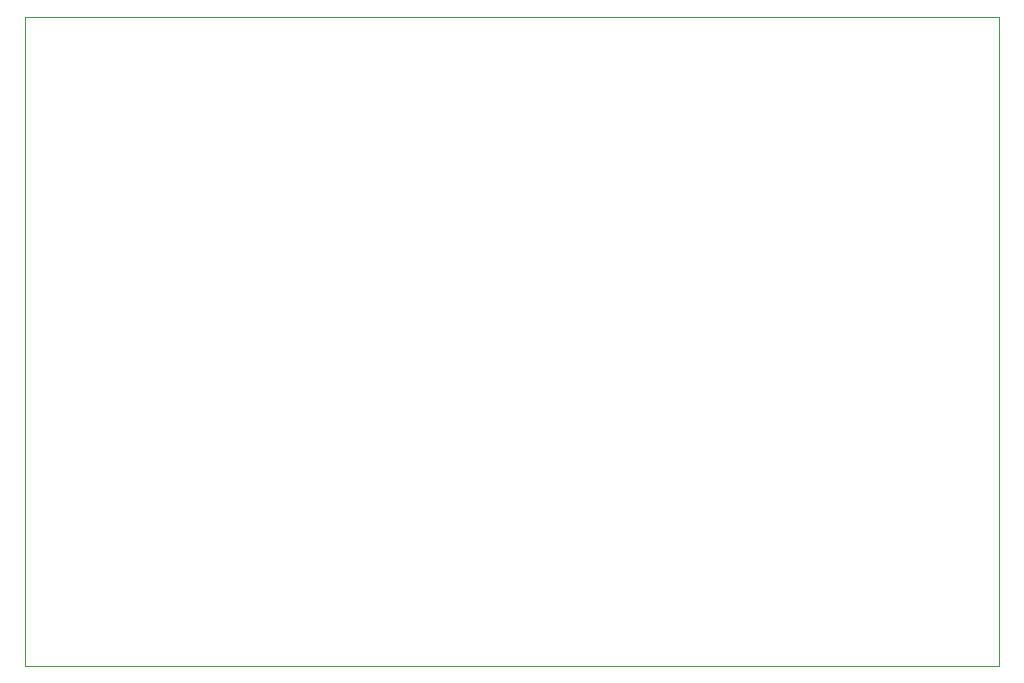
<source format=gbr>
%TF.GenerationSoftware,KiCad,Pcbnew,8.0.5-dirty*%
%TF.CreationDate,2024-10-19T17:10:19-04:00*%
%TF.ProjectId,rowanpad,726f7761-6e70-4616-942e-6b696361645f,rev?*%
%TF.SameCoordinates,Original*%
%TF.FileFunction,Profile,NP*%
%FSLAX46Y46*%
G04 Gerber Fmt 4.6, Leading zero omitted, Abs format (unit mm)*
G04 Created by KiCad (PCBNEW 8.0.5-dirty) date 2024-10-19 17:10:19*
%MOMM*%
%LPD*%
G01*
G04 APERTURE LIST*
%TA.AperFunction,Profile*%
%ADD10C,0.050000*%
%TD*%
G04 APERTURE END LIST*
D10*
X118000000Y-98500000D02*
X200500000Y-98500000D01*
X200500000Y-153500000D01*
X118000000Y-153500000D01*
X118000000Y-98500000D01*
M02*

</source>
